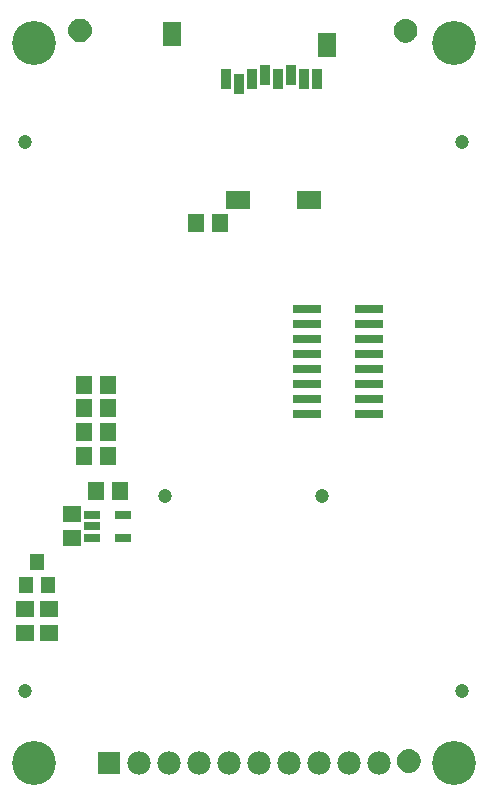
<source format=gbr>
G04 EAGLE Gerber RS-274X export*
G75*
%MOMM*%
%FSLAX34Y34*%
%LPD*%
%INSoldermask Top*%
%IPPOS*%
%AMOC8*
5,1,8,0,0,1.08239X$1,22.5*%
G01*
%ADD10C,1.203200*%
%ADD11C,0.500000*%
%ADD12C,3.719200*%
%ADD13R,1.403200X1.503200*%
%ADD14R,1.403200X0.753200*%
%ADD15R,1.503200X1.403200*%
%ADD16R,2.403200X0.803200*%
%ADD17R,1.603200X2.103200*%
%ADD18R,2.003200X1.603200*%
%ADD19R,0.903200X1.703200*%
%ADD20R,1.203200X1.403200*%
%ADD21R,1.981200X1.981200*%
%ADD22C,1.981200*%


D10*
X139840Y-328730D03*
D11*
X139840Y-321230D02*
X139659Y-321232D01*
X139478Y-321239D01*
X139297Y-321250D01*
X139116Y-321265D01*
X138936Y-321285D01*
X138756Y-321309D01*
X138577Y-321337D01*
X138399Y-321370D01*
X138222Y-321407D01*
X138045Y-321448D01*
X137870Y-321493D01*
X137695Y-321543D01*
X137522Y-321597D01*
X137351Y-321655D01*
X137180Y-321717D01*
X137012Y-321784D01*
X136845Y-321854D01*
X136679Y-321928D01*
X136516Y-322007D01*
X136355Y-322089D01*
X136195Y-322175D01*
X136038Y-322265D01*
X135883Y-322359D01*
X135730Y-322456D01*
X135580Y-322558D01*
X135432Y-322662D01*
X135286Y-322771D01*
X135144Y-322882D01*
X135004Y-322998D01*
X134867Y-323116D01*
X134732Y-323238D01*
X134601Y-323363D01*
X134473Y-323491D01*
X134348Y-323622D01*
X134226Y-323757D01*
X134108Y-323894D01*
X133992Y-324034D01*
X133881Y-324176D01*
X133772Y-324322D01*
X133668Y-324470D01*
X133566Y-324620D01*
X133469Y-324773D01*
X133375Y-324928D01*
X133285Y-325085D01*
X133199Y-325245D01*
X133117Y-325406D01*
X133038Y-325569D01*
X132964Y-325735D01*
X132894Y-325902D01*
X132827Y-326070D01*
X132765Y-326241D01*
X132707Y-326412D01*
X132653Y-326585D01*
X132603Y-326760D01*
X132558Y-326935D01*
X132517Y-327112D01*
X132480Y-327289D01*
X132447Y-327467D01*
X132419Y-327646D01*
X132395Y-327826D01*
X132375Y-328006D01*
X132360Y-328187D01*
X132349Y-328368D01*
X132342Y-328549D01*
X132340Y-328730D01*
X139840Y-321230D02*
X140021Y-321232D01*
X140202Y-321239D01*
X140383Y-321250D01*
X140564Y-321265D01*
X140744Y-321285D01*
X140924Y-321309D01*
X141103Y-321337D01*
X141281Y-321370D01*
X141458Y-321407D01*
X141635Y-321448D01*
X141810Y-321493D01*
X141985Y-321543D01*
X142158Y-321597D01*
X142329Y-321655D01*
X142500Y-321717D01*
X142668Y-321784D01*
X142835Y-321854D01*
X143001Y-321928D01*
X143164Y-322007D01*
X143325Y-322089D01*
X143485Y-322175D01*
X143642Y-322265D01*
X143797Y-322359D01*
X143950Y-322456D01*
X144100Y-322558D01*
X144248Y-322662D01*
X144394Y-322771D01*
X144536Y-322882D01*
X144676Y-322998D01*
X144813Y-323116D01*
X144948Y-323238D01*
X145079Y-323363D01*
X145207Y-323491D01*
X145332Y-323622D01*
X145454Y-323757D01*
X145572Y-323894D01*
X145688Y-324034D01*
X145799Y-324176D01*
X145908Y-324322D01*
X146012Y-324470D01*
X146114Y-324620D01*
X146211Y-324773D01*
X146305Y-324928D01*
X146395Y-325085D01*
X146481Y-325245D01*
X146563Y-325406D01*
X146642Y-325569D01*
X146716Y-325735D01*
X146786Y-325902D01*
X146853Y-326070D01*
X146915Y-326241D01*
X146973Y-326412D01*
X147027Y-326585D01*
X147077Y-326760D01*
X147122Y-326935D01*
X147163Y-327112D01*
X147200Y-327289D01*
X147233Y-327467D01*
X147261Y-327646D01*
X147285Y-327826D01*
X147305Y-328006D01*
X147320Y-328187D01*
X147331Y-328368D01*
X147338Y-328549D01*
X147340Y-328730D01*
X147338Y-328911D01*
X147331Y-329092D01*
X147320Y-329273D01*
X147305Y-329454D01*
X147285Y-329634D01*
X147261Y-329814D01*
X147233Y-329993D01*
X147200Y-330171D01*
X147163Y-330348D01*
X147122Y-330525D01*
X147077Y-330700D01*
X147027Y-330875D01*
X146973Y-331048D01*
X146915Y-331219D01*
X146853Y-331390D01*
X146786Y-331558D01*
X146716Y-331725D01*
X146642Y-331891D01*
X146563Y-332054D01*
X146481Y-332215D01*
X146395Y-332375D01*
X146305Y-332532D01*
X146211Y-332687D01*
X146114Y-332840D01*
X146012Y-332990D01*
X145908Y-333138D01*
X145799Y-333284D01*
X145688Y-333426D01*
X145572Y-333566D01*
X145454Y-333703D01*
X145332Y-333838D01*
X145207Y-333969D01*
X145079Y-334097D01*
X144948Y-334222D01*
X144813Y-334344D01*
X144676Y-334462D01*
X144536Y-334578D01*
X144394Y-334689D01*
X144248Y-334798D01*
X144100Y-334902D01*
X143950Y-335004D01*
X143797Y-335101D01*
X143642Y-335195D01*
X143485Y-335285D01*
X143325Y-335371D01*
X143164Y-335453D01*
X143001Y-335532D01*
X142835Y-335606D01*
X142668Y-335676D01*
X142500Y-335743D01*
X142329Y-335805D01*
X142158Y-335863D01*
X141985Y-335917D01*
X141810Y-335967D01*
X141635Y-336012D01*
X141458Y-336053D01*
X141281Y-336090D01*
X141103Y-336123D01*
X140924Y-336151D01*
X140744Y-336175D01*
X140564Y-336195D01*
X140383Y-336210D01*
X140202Y-336221D01*
X140021Y-336228D01*
X139840Y-336230D01*
X139659Y-336228D01*
X139478Y-336221D01*
X139297Y-336210D01*
X139116Y-336195D01*
X138936Y-336175D01*
X138756Y-336151D01*
X138577Y-336123D01*
X138399Y-336090D01*
X138222Y-336053D01*
X138045Y-336012D01*
X137870Y-335967D01*
X137695Y-335917D01*
X137522Y-335863D01*
X137351Y-335805D01*
X137180Y-335743D01*
X137012Y-335676D01*
X136845Y-335606D01*
X136679Y-335532D01*
X136516Y-335453D01*
X136355Y-335371D01*
X136195Y-335285D01*
X136038Y-335195D01*
X135883Y-335101D01*
X135730Y-335004D01*
X135580Y-334902D01*
X135432Y-334798D01*
X135286Y-334689D01*
X135144Y-334578D01*
X135004Y-334462D01*
X134867Y-334344D01*
X134732Y-334222D01*
X134601Y-334097D01*
X134473Y-333969D01*
X134348Y-333838D01*
X134226Y-333703D01*
X134108Y-333566D01*
X133992Y-333426D01*
X133881Y-333284D01*
X133772Y-333138D01*
X133668Y-332990D01*
X133566Y-332840D01*
X133469Y-332687D01*
X133375Y-332532D01*
X133285Y-332375D01*
X133199Y-332215D01*
X133117Y-332054D01*
X133038Y-331891D01*
X132964Y-331725D01*
X132894Y-331558D01*
X132827Y-331390D01*
X132765Y-331219D01*
X132707Y-331048D01*
X132653Y-330875D01*
X132603Y-330700D01*
X132558Y-330525D01*
X132517Y-330348D01*
X132480Y-330171D01*
X132447Y-329993D01*
X132419Y-329814D01*
X132395Y-329634D01*
X132375Y-329454D01*
X132360Y-329273D01*
X132349Y-329092D01*
X132342Y-328911D01*
X132340Y-328730D01*
D10*
X-138490Y289920D03*
D11*
X-138490Y297420D02*
X-138671Y297418D01*
X-138852Y297411D01*
X-139033Y297400D01*
X-139214Y297385D01*
X-139394Y297365D01*
X-139574Y297341D01*
X-139753Y297313D01*
X-139931Y297280D01*
X-140108Y297243D01*
X-140285Y297202D01*
X-140460Y297157D01*
X-140635Y297107D01*
X-140808Y297053D01*
X-140979Y296995D01*
X-141150Y296933D01*
X-141318Y296866D01*
X-141485Y296796D01*
X-141651Y296722D01*
X-141814Y296643D01*
X-141975Y296561D01*
X-142135Y296475D01*
X-142292Y296385D01*
X-142447Y296291D01*
X-142600Y296194D01*
X-142750Y296092D01*
X-142898Y295988D01*
X-143044Y295879D01*
X-143186Y295768D01*
X-143326Y295652D01*
X-143463Y295534D01*
X-143598Y295412D01*
X-143729Y295287D01*
X-143857Y295159D01*
X-143982Y295028D01*
X-144104Y294893D01*
X-144222Y294756D01*
X-144338Y294616D01*
X-144449Y294474D01*
X-144558Y294328D01*
X-144662Y294180D01*
X-144764Y294030D01*
X-144861Y293877D01*
X-144955Y293722D01*
X-145045Y293565D01*
X-145131Y293405D01*
X-145213Y293244D01*
X-145292Y293081D01*
X-145366Y292915D01*
X-145436Y292748D01*
X-145503Y292580D01*
X-145565Y292409D01*
X-145623Y292238D01*
X-145677Y292065D01*
X-145727Y291890D01*
X-145772Y291715D01*
X-145813Y291538D01*
X-145850Y291361D01*
X-145883Y291183D01*
X-145911Y291004D01*
X-145935Y290824D01*
X-145955Y290644D01*
X-145970Y290463D01*
X-145981Y290282D01*
X-145988Y290101D01*
X-145990Y289920D01*
X-138490Y297420D02*
X-138309Y297418D01*
X-138128Y297411D01*
X-137947Y297400D01*
X-137766Y297385D01*
X-137586Y297365D01*
X-137406Y297341D01*
X-137227Y297313D01*
X-137049Y297280D01*
X-136872Y297243D01*
X-136695Y297202D01*
X-136520Y297157D01*
X-136345Y297107D01*
X-136172Y297053D01*
X-136001Y296995D01*
X-135830Y296933D01*
X-135662Y296866D01*
X-135495Y296796D01*
X-135329Y296722D01*
X-135166Y296643D01*
X-135005Y296561D01*
X-134845Y296475D01*
X-134688Y296385D01*
X-134533Y296291D01*
X-134380Y296194D01*
X-134230Y296092D01*
X-134082Y295988D01*
X-133936Y295879D01*
X-133794Y295768D01*
X-133654Y295652D01*
X-133517Y295534D01*
X-133382Y295412D01*
X-133251Y295287D01*
X-133123Y295159D01*
X-132998Y295028D01*
X-132876Y294893D01*
X-132758Y294756D01*
X-132642Y294616D01*
X-132531Y294474D01*
X-132422Y294328D01*
X-132318Y294180D01*
X-132216Y294030D01*
X-132119Y293877D01*
X-132025Y293722D01*
X-131935Y293565D01*
X-131849Y293405D01*
X-131767Y293244D01*
X-131688Y293081D01*
X-131614Y292915D01*
X-131544Y292748D01*
X-131477Y292580D01*
X-131415Y292409D01*
X-131357Y292238D01*
X-131303Y292065D01*
X-131253Y291890D01*
X-131208Y291715D01*
X-131167Y291538D01*
X-131130Y291361D01*
X-131097Y291183D01*
X-131069Y291004D01*
X-131045Y290824D01*
X-131025Y290644D01*
X-131010Y290463D01*
X-130999Y290282D01*
X-130992Y290101D01*
X-130990Y289920D01*
X-130992Y289739D01*
X-130999Y289558D01*
X-131010Y289377D01*
X-131025Y289196D01*
X-131045Y289016D01*
X-131069Y288836D01*
X-131097Y288657D01*
X-131130Y288479D01*
X-131167Y288302D01*
X-131208Y288125D01*
X-131253Y287950D01*
X-131303Y287775D01*
X-131357Y287602D01*
X-131415Y287431D01*
X-131477Y287260D01*
X-131544Y287092D01*
X-131614Y286925D01*
X-131688Y286759D01*
X-131767Y286596D01*
X-131849Y286435D01*
X-131935Y286275D01*
X-132025Y286118D01*
X-132119Y285963D01*
X-132216Y285810D01*
X-132318Y285660D01*
X-132422Y285512D01*
X-132531Y285366D01*
X-132642Y285224D01*
X-132758Y285084D01*
X-132876Y284947D01*
X-132998Y284812D01*
X-133123Y284681D01*
X-133251Y284553D01*
X-133382Y284428D01*
X-133517Y284306D01*
X-133654Y284188D01*
X-133794Y284072D01*
X-133936Y283961D01*
X-134082Y283852D01*
X-134230Y283748D01*
X-134380Y283646D01*
X-134533Y283549D01*
X-134688Y283455D01*
X-134845Y283365D01*
X-135005Y283279D01*
X-135166Y283197D01*
X-135329Y283118D01*
X-135495Y283044D01*
X-135662Y282974D01*
X-135830Y282907D01*
X-136001Y282845D01*
X-136172Y282787D01*
X-136345Y282733D01*
X-136520Y282683D01*
X-136695Y282638D01*
X-136872Y282597D01*
X-137049Y282560D01*
X-137227Y282527D01*
X-137406Y282499D01*
X-137586Y282475D01*
X-137766Y282455D01*
X-137947Y282440D01*
X-138128Y282429D01*
X-138309Y282422D01*
X-138490Y282420D01*
X-138671Y282422D01*
X-138852Y282429D01*
X-139033Y282440D01*
X-139214Y282455D01*
X-139394Y282475D01*
X-139574Y282499D01*
X-139753Y282527D01*
X-139931Y282560D01*
X-140108Y282597D01*
X-140285Y282638D01*
X-140460Y282683D01*
X-140635Y282733D01*
X-140808Y282787D01*
X-140979Y282845D01*
X-141150Y282907D01*
X-141318Y282974D01*
X-141485Y283044D01*
X-141651Y283118D01*
X-141814Y283197D01*
X-141975Y283279D01*
X-142135Y283365D01*
X-142292Y283455D01*
X-142447Y283549D01*
X-142600Y283646D01*
X-142750Y283748D01*
X-142898Y283852D01*
X-143044Y283961D01*
X-143186Y284072D01*
X-143326Y284188D01*
X-143463Y284306D01*
X-143598Y284428D01*
X-143729Y284553D01*
X-143857Y284681D01*
X-143982Y284812D01*
X-144104Y284947D01*
X-144222Y285084D01*
X-144338Y285224D01*
X-144449Y285366D01*
X-144558Y285512D01*
X-144662Y285660D01*
X-144764Y285810D01*
X-144861Y285963D01*
X-144955Y286118D01*
X-145045Y286275D01*
X-145131Y286435D01*
X-145213Y286596D01*
X-145292Y286759D01*
X-145366Y286925D01*
X-145436Y287092D01*
X-145503Y287260D01*
X-145565Y287431D01*
X-145623Y287602D01*
X-145677Y287775D01*
X-145727Y287950D01*
X-145772Y288125D01*
X-145813Y288302D01*
X-145850Y288479D01*
X-145883Y288657D01*
X-145911Y288836D01*
X-145935Y289016D01*
X-145955Y289196D01*
X-145970Y289377D01*
X-145981Y289558D01*
X-145988Y289739D01*
X-145990Y289920D01*
D12*
X-177800Y-330200D03*
X177800Y279400D03*
X-177800Y279400D03*
X177800Y-330200D03*
D13*
X-135160Y-10000D03*
X-114840Y-10000D03*
X-135160Y-30000D03*
X-114840Y-30000D03*
X-135160Y-50000D03*
X-114840Y-50000D03*
D14*
X-128001Y-120500D03*
X-128001Y-130000D03*
X-128001Y-139500D03*
X-101999Y-139500D03*
X-101999Y-120500D03*
D15*
X-145000Y-119840D03*
X-145000Y-140160D03*
D13*
X-104840Y-100000D03*
X-125160Y-100000D03*
D16*
X54000Y41750D03*
X106000Y16350D03*
X54000Y54450D03*
X54000Y29050D03*
X54000Y16350D03*
X106000Y29050D03*
X106000Y3650D03*
X106000Y-9050D03*
X54000Y-9050D03*
X106000Y-34450D03*
X54000Y3650D03*
X54000Y-21750D03*
X106000Y-21750D03*
X54000Y-34450D03*
X106000Y41750D03*
X106000Y54450D03*
D17*
X71000Y277620D03*
X-61000Y286620D03*
D18*
X55000Y146620D03*
X-5000Y146620D03*
D19*
X62000Y248620D03*
X51000Y248620D03*
X40000Y252620D03*
X29000Y248620D03*
X18000Y252620D03*
X7000Y248620D03*
X-4000Y244620D03*
X-15000Y248620D03*
D13*
X-19840Y127220D03*
X-40160Y127220D03*
D20*
X-175000Y-160000D03*
X-165500Y-180000D03*
X-184500Y-180000D03*
D15*
X-185000Y-220160D03*
X-185000Y-199840D03*
X-165000Y-220160D03*
X-165000Y-199840D03*
D10*
X66500Y-103910D03*
X-66500Y-103910D03*
X-185000Y195390D03*
X185000Y195390D03*
X185000Y-269610D03*
X-185000Y-269610D03*
D13*
X-135160Y-70000D03*
X-114840Y-70000D03*
D21*
X-114300Y-330000D03*
D22*
X-88900Y-330000D03*
X-63500Y-330000D03*
X-38100Y-330000D03*
X-12700Y-330000D03*
X12700Y-330000D03*
X38100Y-330000D03*
X63500Y-330000D03*
X88900Y-330000D03*
X114300Y-330000D03*
D10*
X137160Y289560D03*
D11*
X137160Y297060D02*
X136979Y297058D01*
X136798Y297051D01*
X136617Y297040D01*
X136436Y297025D01*
X136256Y297005D01*
X136076Y296981D01*
X135897Y296953D01*
X135719Y296920D01*
X135542Y296883D01*
X135365Y296842D01*
X135190Y296797D01*
X135015Y296747D01*
X134842Y296693D01*
X134671Y296635D01*
X134500Y296573D01*
X134332Y296506D01*
X134165Y296436D01*
X133999Y296362D01*
X133836Y296283D01*
X133675Y296201D01*
X133515Y296115D01*
X133358Y296025D01*
X133203Y295931D01*
X133050Y295834D01*
X132900Y295732D01*
X132752Y295628D01*
X132606Y295519D01*
X132464Y295408D01*
X132324Y295292D01*
X132187Y295174D01*
X132052Y295052D01*
X131921Y294927D01*
X131793Y294799D01*
X131668Y294668D01*
X131546Y294533D01*
X131428Y294396D01*
X131312Y294256D01*
X131201Y294114D01*
X131092Y293968D01*
X130988Y293820D01*
X130886Y293670D01*
X130789Y293517D01*
X130695Y293362D01*
X130605Y293205D01*
X130519Y293045D01*
X130437Y292884D01*
X130358Y292721D01*
X130284Y292555D01*
X130214Y292388D01*
X130147Y292220D01*
X130085Y292049D01*
X130027Y291878D01*
X129973Y291705D01*
X129923Y291530D01*
X129878Y291355D01*
X129837Y291178D01*
X129800Y291001D01*
X129767Y290823D01*
X129739Y290644D01*
X129715Y290464D01*
X129695Y290284D01*
X129680Y290103D01*
X129669Y289922D01*
X129662Y289741D01*
X129660Y289560D01*
X137160Y297060D02*
X137341Y297058D01*
X137522Y297051D01*
X137703Y297040D01*
X137884Y297025D01*
X138064Y297005D01*
X138244Y296981D01*
X138423Y296953D01*
X138601Y296920D01*
X138778Y296883D01*
X138955Y296842D01*
X139130Y296797D01*
X139305Y296747D01*
X139478Y296693D01*
X139649Y296635D01*
X139820Y296573D01*
X139988Y296506D01*
X140155Y296436D01*
X140321Y296362D01*
X140484Y296283D01*
X140645Y296201D01*
X140805Y296115D01*
X140962Y296025D01*
X141117Y295931D01*
X141270Y295834D01*
X141420Y295732D01*
X141568Y295628D01*
X141714Y295519D01*
X141856Y295408D01*
X141996Y295292D01*
X142133Y295174D01*
X142268Y295052D01*
X142399Y294927D01*
X142527Y294799D01*
X142652Y294668D01*
X142774Y294533D01*
X142892Y294396D01*
X143008Y294256D01*
X143119Y294114D01*
X143228Y293968D01*
X143332Y293820D01*
X143434Y293670D01*
X143531Y293517D01*
X143625Y293362D01*
X143715Y293205D01*
X143801Y293045D01*
X143883Y292884D01*
X143962Y292721D01*
X144036Y292555D01*
X144106Y292388D01*
X144173Y292220D01*
X144235Y292049D01*
X144293Y291878D01*
X144347Y291705D01*
X144397Y291530D01*
X144442Y291355D01*
X144483Y291178D01*
X144520Y291001D01*
X144553Y290823D01*
X144581Y290644D01*
X144605Y290464D01*
X144625Y290284D01*
X144640Y290103D01*
X144651Y289922D01*
X144658Y289741D01*
X144660Y289560D01*
X144658Y289379D01*
X144651Y289198D01*
X144640Y289017D01*
X144625Y288836D01*
X144605Y288656D01*
X144581Y288476D01*
X144553Y288297D01*
X144520Y288119D01*
X144483Y287942D01*
X144442Y287765D01*
X144397Y287590D01*
X144347Y287415D01*
X144293Y287242D01*
X144235Y287071D01*
X144173Y286900D01*
X144106Y286732D01*
X144036Y286565D01*
X143962Y286399D01*
X143883Y286236D01*
X143801Y286075D01*
X143715Y285915D01*
X143625Y285758D01*
X143531Y285603D01*
X143434Y285450D01*
X143332Y285300D01*
X143228Y285152D01*
X143119Y285006D01*
X143008Y284864D01*
X142892Y284724D01*
X142774Y284587D01*
X142652Y284452D01*
X142527Y284321D01*
X142399Y284193D01*
X142268Y284068D01*
X142133Y283946D01*
X141996Y283828D01*
X141856Y283712D01*
X141714Y283601D01*
X141568Y283492D01*
X141420Y283388D01*
X141270Y283286D01*
X141117Y283189D01*
X140962Y283095D01*
X140805Y283005D01*
X140645Y282919D01*
X140484Y282837D01*
X140321Y282758D01*
X140155Y282684D01*
X139988Y282614D01*
X139820Y282547D01*
X139649Y282485D01*
X139478Y282427D01*
X139305Y282373D01*
X139130Y282323D01*
X138955Y282278D01*
X138778Y282237D01*
X138601Y282200D01*
X138423Y282167D01*
X138244Y282139D01*
X138064Y282115D01*
X137884Y282095D01*
X137703Y282080D01*
X137522Y282069D01*
X137341Y282062D01*
X137160Y282060D01*
X136979Y282062D01*
X136798Y282069D01*
X136617Y282080D01*
X136436Y282095D01*
X136256Y282115D01*
X136076Y282139D01*
X135897Y282167D01*
X135719Y282200D01*
X135542Y282237D01*
X135365Y282278D01*
X135190Y282323D01*
X135015Y282373D01*
X134842Y282427D01*
X134671Y282485D01*
X134500Y282547D01*
X134332Y282614D01*
X134165Y282684D01*
X133999Y282758D01*
X133836Y282837D01*
X133675Y282919D01*
X133515Y283005D01*
X133358Y283095D01*
X133203Y283189D01*
X133050Y283286D01*
X132900Y283388D01*
X132752Y283492D01*
X132606Y283601D01*
X132464Y283712D01*
X132324Y283828D01*
X132187Y283946D01*
X132052Y284068D01*
X131921Y284193D01*
X131793Y284321D01*
X131668Y284452D01*
X131546Y284587D01*
X131428Y284724D01*
X131312Y284864D01*
X131201Y285006D01*
X131092Y285152D01*
X130988Y285300D01*
X130886Y285450D01*
X130789Y285603D01*
X130695Y285758D01*
X130605Y285915D01*
X130519Y286075D01*
X130437Y286236D01*
X130358Y286399D01*
X130284Y286565D01*
X130214Y286732D01*
X130147Y286900D01*
X130085Y287071D01*
X130027Y287242D01*
X129973Y287415D01*
X129923Y287590D01*
X129878Y287765D01*
X129837Y287942D01*
X129800Y288119D01*
X129767Y288297D01*
X129739Y288476D01*
X129715Y288656D01*
X129695Y288836D01*
X129680Y289017D01*
X129669Y289198D01*
X129662Y289379D01*
X129660Y289560D01*
M02*

</source>
